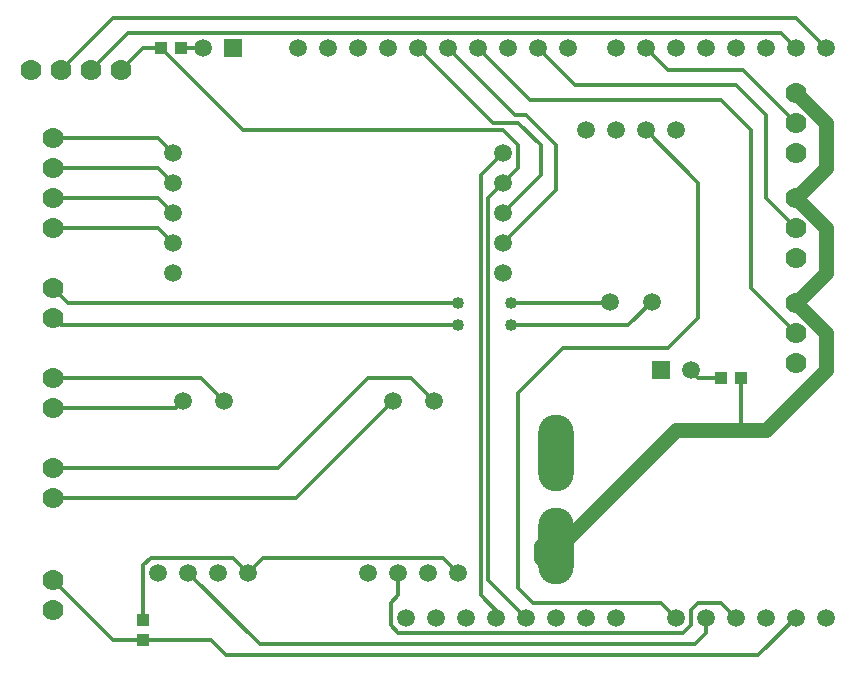
<source format=gbr>
%TF.GenerationSoftware,Novarm,DipTrace,3.3.0.1*%
%TF.CreationDate,2018-11-14T10:16:26-08:00*%
%FSLAX26Y26*%
%MOIN*%
%TF.FileFunction,Copper,L1,Top*%
%TF.Part,Single*%
%TA.AperFunction,Conductor*%
%ADD13C,0.013*%
%ADD14C,0.05*%
%TA.AperFunction,ComponentPad*%
%ADD16O,0.11811X0.255906*%
%ADD17C,0.059055*%
%ADD18R,0.059055X0.059055*%
%ADD19C,0.07*%
%ADD20R,0.043307X0.03937*%
%ADD21R,0.03937X0.043307*%
%TA.AperFunction,ViaPad*%
%ADD22C,0.04*%
G75*
G01*
%LPD*%
X2168700Y568700D2*
D13*
X2193700D1*
X2118700Y643700D1*
Y2043700D1*
X2193700Y2118700D1*
X2268700Y568700D2*
X2143700Y693700D1*
Y1968700D1*
X2193700Y2018700D1*
X2243700Y2068700D1*
Y2143700D1*
X2193700Y2193700D1*
X1326771D1*
X1051771Y2468700D1*
X993700D1*
X918700Y2393700D1*
X1343700Y718700D2*
X1393700Y768700D1*
X1993700D1*
X2043700Y718700D1*
X1343700D2*
X1293700Y768700D1*
X1018700D1*
X993700Y743700D1*
Y560629D1*
X3168700Y2318700D2*
D14*
X3268700Y2218700D1*
Y2068700D1*
X3168700Y1968700D1*
X3268700Y1868700D1*
Y1718700D1*
X3168700Y1618700D1*
X3268700Y1518700D1*
Y1393700D1*
X3068700Y1193700D1*
X2985629D1*
X2768700D1*
X2393700Y818700D1*
X2357676D1*
X2368700Y807676D1*
X2318700Y768700D2*
Y807676D1*
X2368700D1*
X2985629Y1368700D2*
D13*
Y1193700D1*
X2193700Y1818700D2*
X2368700Y1993700D1*
Y2143700D1*
X2268700Y2243700D1*
X2233700D1*
X2008700Y2468700D1*
X2193700Y1918700D2*
X2318700Y2043700D1*
Y2143700D1*
X2243700Y2218700D1*
X2158700D1*
X1908700Y2468700D1*
X993700Y493700D2*
X893700D1*
X693700Y693700D1*
X993700Y493700D2*
X1218700D1*
X1268700Y443700D1*
X3043700D1*
X3168700Y568700D1*
X693700Y2068700D2*
X1043700D1*
X1093700Y2018700D1*
X693700Y1868700D2*
X1043700D1*
X1093700Y1818700D1*
Y2118700D2*
X1043700Y2168700D1*
X693700D1*
Y1968700D2*
X1043700D1*
X1093700Y1918700D1*
X1118700Y2468700D2*
X1193700D1*
X2918700Y1368700D2*
X2843700D1*
X2818700Y1393700D1*
X3168700Y2218700D2*
X2993700Y2393700D1*
X2743700D1*
X2668700Y2468700D1*
X3168700Y1868700D2*
X3068700Y1968700D1*
Y2243700D1*
X2968700Y2343700D1*
X2433700D1*
X2308700Y2468700D1*
X3168700Y1518700D2*
X3018700Y1668700D1*
Y2193700D1*
X2918700Y2293700D1*
X2283700D1*
X2108700Y2468700D1*
X718700Y2393700D2*
X893700Y2568700D1*
X3168700D1*
X3268700Y2468700D1*
X2768700Y568700D2*
X2718700Y618700D1*
X2293700D1*
X2243700Y668700D1*
Y1318700D1*
X2393700Y1468700D1*
X2743700D1*
X2843700Y1568700D1*
Y2018700D1*
X2668700Y2193700D1*
X1143700Y718700D2*
X1381200Y481200D1*
X2831200D1*
X2868700Y518700D1*
Y568700D1*
X1843700Y718700D2*
Y643700D1*
X1818700Y618700D1*
Y543700D1*
X1843700Y518700D1*
X2793700D1*
X2818700Y543700D1*
Y593700D1*
X2843700Y618700D1*
X2918700D1*
X2968700Y568700D1*
X693700Y1668700D2*
X743700Y1618700D1*
X2043700D1*
X2218700D2*
X2546653D1*
X2549802Y1621850D1*
X693700Y1568700D2*
X718700Y1543700D1*
X2043700D1*
X2218700D2*
X2609448D1*
X2687598Y1621850D1*
X693700Y1368700D2*
X1184448D1*
X1262598Y1290550D1*
X693700Y1268700D2*
X1102952D1*
X1124802Y1290550D1*
X693700Y1068700D2*
X1443700D1*
X1743700Y1368700D1*
X1884448D1*
X1962598Y1290550D1*
X693700Y968700D2*
X1502952D1*
X1824802Y1290550D1*
X818700Y2393700D2*
X943700Y2518700D1*
X3118700D1*
X3168700Y2468700D1*
D22*
X2043700Y1618700D3*
X2218700D3*
X2043700Y1543700D3*
X2218700D3*
D16*
X2368700Y1118700D3*
Y807676D3*
D17*
X1193700Y2468700D3*
D18*
X1293700D3*
D17*
X2818700Y1393700D3*
D18*
X2718700D3*
D19*
X818700Y2393700D3*
X718700D3*
X618700D3*
X918700D3*
D17*
X3268700Y2468700D3*
X3168700D3*
X3068700D3*
X2968700D3*
X2868700D3*
X2768700D3*
X2668700D3*
X2568700D3*
X2408700D3*
X2308700D3*
X2208700D3*
X2108700D3*
X2008700D3*
X1908700D3*
X1808700D3*
X1708700D3*
X1608700D3*
X1508700D3*
X3268700Y568700D3*
X3168700D3*
X3068700D3*
X2968700D3*
X2868700D3*
X2768700D3*
X2568700D3*
X2468700D3*
X2368700D3*
X2268700D3*
X2168700D3*
X2068700D3*
X1968700D3*
X1868700D3*
D19*
X3168700Y2318700D3*
Y2218700D3*
Y2118700D3*
X693700Y2068700D3*
Y1968700D3*
Y1868700D3*
Y2168700D3*
X3168700Y1968700D3*
Y1868700D3*
Y1768700D3*
X693700Y1668700D3*
Y1568700D3*
X3168700Y1618700D3*
Y1518700D3*
Y1418700D3*
X693700Y1368700D3*
Y1268700D3*
Y1068700D3*
Y968700D3*
Y693700D3*
Y593700D3*
D20*
X1118700Y2468700D3*
X1051771D3*
X2918700Y1368700D3*
X2985629D3*
D21*
X993700Y493700D3*
Y560629D3*
D17*
X1093700Y2118700D3*
Y2018700D3*
Y1918700D3*
Y1818700D3*
Y1718700D3*
X2193700D3*
Y1818700D3*
Y1918700D3*
Y2018700D3*
Y2118700D3*
X2468700Y2193700D3*
X2568700D3*
X2668700D3*
X2768700D3*
X2687598Y1621850D3*
X2549802D3*
X1343700Y718700D3*
X1243700D3*
X1143700D3*
X1043700D3*
X1124802Y1290550D3*
X1262598D3*
X2043700Y718700D3*
X1943700D3*
X1843700D3*
X1743700D3*
X1824802Y1290550D3*
X1962598D3*
M02*

</source>
